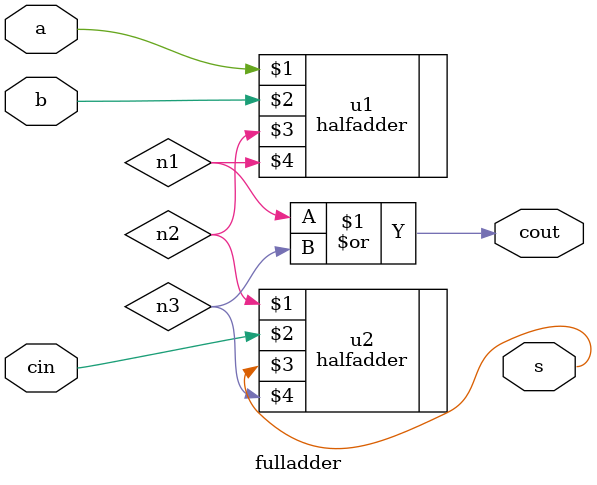
<source format=v>

module fulladder(a,b,cin,s,cout);

	input a,b,cin;
	output s,cout;
	wire n1, n2, n3;

	halfadder u1(a,b,n2,n1);
	halfadder u2(n2,cin,s,n3);
	or(cout,n1,n3);

endmodule

</source>
